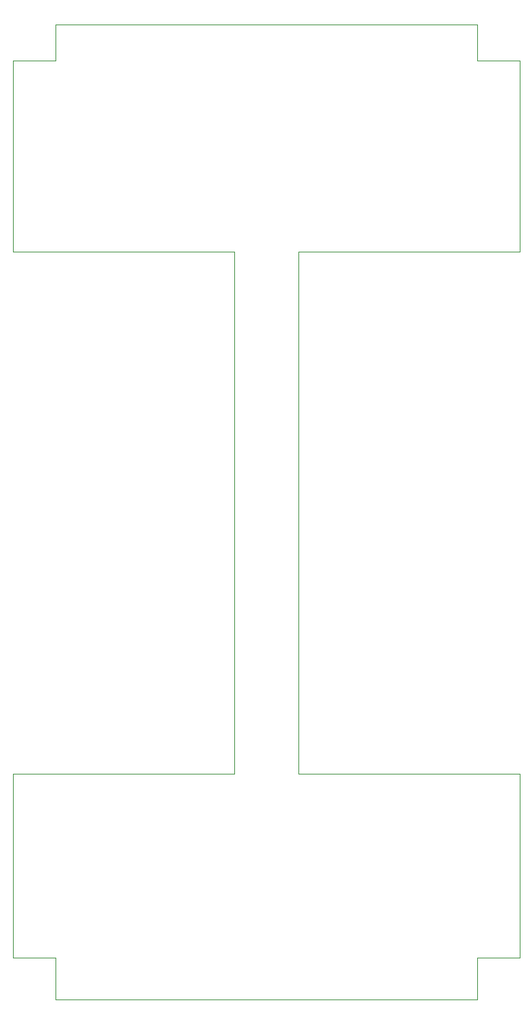
<source format=gbr>
%TF.GenerationSoftware,KiCad,Pcbnew,(5.1.7)-1*%
%TF.CreationDate,2021-10-21T20:27:42-07:00*%
%TF.ProjectId,AnalogBoard_Rev2,416e616c-6f67-4426-9f61-72645f526576,rev?*%
%TF.SameCoordinates,Original*%
%TF.FileFunction,Profile,NP*%
%FSLAX46Y46*%
G04 Gerber Fmt 4.6, Leading zero omitted, Abs format (unit mm)*
G04 Created by KiCad (PCBNEW (5.1.7)-1) date 2021-10-21 20:27:42*
%MOMM*%
%LPD*%
G01*
G04 APERTURE LIST*
%TA.AperFunction,Profile*%
%ADD10C,0.050000*%
%TD*%
G04 APERTURE END LIST*
D10*
X143250000Y-148100000D02*
X148250000Y-148100000D01*
X143250000Y-153000000D02*
X143250000Y-148100000D01*
X93750000Y-148100000D02*
X88750000Y-148100000D01*
X93750000Y-153000000D02*
X93750000Y-148100000D01*
X143250000Y-42750000D02*
X143250000Y-38500000D01*
X148250000Y-42750000D02*
X143250000Y-42750000D01*
X93750000Y-42750000D02*
X93750000Y-38500000D01*
X88750000Y-42750000D02*
X93750000Y-42750000D01*
X148250000Y-148100000D02*
X148250000Y-126500000D01*
X88750000Y-148100000D02*
X88750000Y-126500000D01*
X122250000Y-126500000D02*
X148250000Y-126500000D01*
X122250000Y-65250000D02*
X148250000Y-65250000D01*
X88750000Y-126500000D02*
X114750000Y-126500000D01*
X88750000Y-65250000D02*
X114750000Y-65250000D01*
X114750000Y-126500000D02*
X114750000Y-65250000D01*
X122250000Y-126500000D02*
X122250000Y-65250000D01*
X148250000Y-42750000D02*
X148250000Y-65250000D01*
X88750000Y-65250000D02*
X88750000Y-42750000D01*
X143250000Y-153000000D02*
X93750000Y-153000000D01*
X93750000Y-38500000D02*
X143250000Y-38500000D01*
M02*

</source>
